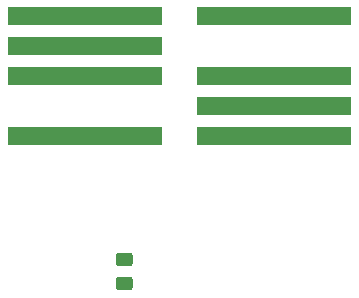
<source format=gbr>
%TF.GenerationSoftware,KiCad,Pcbnew,5.1.5*%
%TF.CreationDate,2020-04-13T15:16:57+02:00*%
%TF.ProjectId,Flash-Station,466c6173-682d-4537-9461-74696f6e2e6b,rev?*%
%TF.SameCoordinates,Original*%
%TF.FileFunction,Paste,Top*%
%TF.FilePolarity,Positive*%
%FSLAX46Y46*%
G04 Gerber Fmt 4.6, Leading zero omitted, Abs format (unit mm)*
G04 Created by KiCad (PCBNEW 5.1.5) date 2020-04-13 15:16:57*
%MOMM*%
%LPD*%
G04 APERTURE LIST*
%ADD10R,13.000000X1.600000*%
%ADD11C,0.100000*%
G04 APERTURE END LIST*
D10*
X74168000Y-69850000D03*
X74168000Y-64770000D03*
X74168000Y-59690000D03*
X74168000Y-62230000D03*
X90170000Y-59690000D03*
X90170000Y-64770000D03*
X90170000Y-69850000D03*
X90170000Y-67310000D03*
D11*
G36*
X77944505Y-79681204D02*
G01*
X77968773Y-79684804D01*
X77992572Y-79690765D01*
X78015671Y-79699030D01*
X78037850Y-79709520D01*
X78058893Y-79722132D01*
X78078599Y-79736747D01*
X78096777Y-79753223D01*
X78113253Y-79771401D01*
X78127868Y-79791107D01*
X78140480Y-79812150D01*
X78150970Y-79834329D01*
X78159235Y-79857428D01*
X78165196Y-79881227D01*
X78168796Y-79905495D01*
X78170000Y-79929999D01*
X78170000Y-80580001D01*
X78168796Y-80604505D01*
X78165196Y-80628773D01*
X78159235Y-80652572D01*
X78150970Y-80675671D01*
X78140480Y-80697850D01*
X78127868Y-80718893D01*
X78113253Y-80738599D01*
X78096777Y-80756777D01*
X78078599Y-80773253D01*
X78058893Y-80787868D01*
X78037850Y-80800480D01*
X78015671Y-80810970D01*
X77992572Y-80819235D01*
X77968773Y-80825196D01*
X77944505Y-80828796D01*
X77920001Y-80830000D01*
X77019999Y-80830000D01*
X76995495Y-80828796D01*
X76971227Y-80825196D01*
X76947428Y-80819235D01*
X76924329Y-80810970D01*
X76902150Y-80800480D01*
X76881107Y-80787868D01*
X76861401Y-80773253D01*
X76843223Y-80756777D01*
X76826747Y-80738599D01*
X76812132Y-80718893D01*
X76799520Y-80697850D01*
X76789030Y-80675671D01*
X76780765Y-80652572D01*
X76774804Y-80628773D01*
X76771204Y-80604505D01*
X76770000Y-80580001D01*
X76770000Y-79929999D01*
X76771204Y-79905495D01*
X76774804Y-79881227D01*
X76780765Y-79857428D01*
X76789030Y-79834329D01*
X76799520Y-79812150D01*
X76812132Y-79791107D01*
X76826747Y-79771401D01*
X76843223Y-79753223D01*
X76861401Y-79736747D01*
X76881107Y-79722132D01*
X76902150Y-79709520D01*
X76924329Y-79699030D01*
X76947428Y-79690765D01*
X76971227Y-79684804D01*
X76995495Y-79681204D01*
X77019999Y-79680000D01*
X77920001Y-79680000D01*
X77944505Y-79681204D01*
G37*
G36*
X77944505Y-81731204D02*
G01*
X77968773Y-81734804D01*
X77992572Y-81740765D01*
X78015671Y-81749030D01*
X78037850Y-81759520D01*
X78058893Y-81772132D01*
X78078599Y-81786747D01*
X78096777Y-81803223D01*
X78113253Y-81821401D01*
X78127868Y-81841107D01*
X78140480Y-81862150D01*
X78150970Y-81884329D01*
X78159235Y-81907428D01*
X78165196Y-81931227D01*
X78168796Y-81955495D01*
X78170000Y-81979999D01*
X78170000Y-82630001D01*
X78168796Y-82654505D01*
X78165196Y-82678773D01*
X78159235Y-82702572D01*
X78150970Y-82725671D01*
X78140480Y-82747850D01*
X78127868Y-82768893D01*
X78113253Y-82788599D01*
X78096777Y-82806777D01*
X78078599Y-82823253D01*
X78058893Y-82837868D01*
X78037850Y-82850480D01*
X78015671Y-82860970D01*
X77992572Y-82869235D01*
X77968773Y-82875196D01*
X77944505Y-82878796D01*
X77920001Y-82880000D01*
X77019999Y-82880000D01*
X76995495Y-82878796D01*
X76971227Y-82875196D01*
X76947428Y-82869235D01*
X76924329Y-82860970D01*
X76902150Y-82850480D01*
X76881107Y-82837868D01*
X76861401Y-82823253D01*
X76843223Y-82806777D01*
X76826747Y-82788599D01*
X76812132Y-82768893D01*
X76799520Y-82747850D01*
X76789030Y-82725671D01*
X76780765Y-82702572D01*
X76774804Y-82678773D01*
X76771204Y-82654505D01*
X76770000Y-82630001D01*
X76770000Y-81979999D01*
X76771204Y-81955495D01*
X76774804Y-81931227D01*
X76780765Y-81907428D01*
X76789030Y-81884329D01*
X76799520Y-81862150D01*
X76812132Y-81841107D01*
X76826747Y-81821401D01*
X76843223Y-81803223D01*
X76861401Y-81786747D01*
X76881107Y-81772132D01*
X76902150Y-81759520D01*
X76924329Y-81749030D01*
X76947428Y-81740765D01*
X76971227Y-81734804D01*
X76995495Y-81731204D01*
X77019999Y-81730000D01*
X77920001Y-81730000D01*
X77944505Y-81731204D01*
G37*
M02*

</source>
